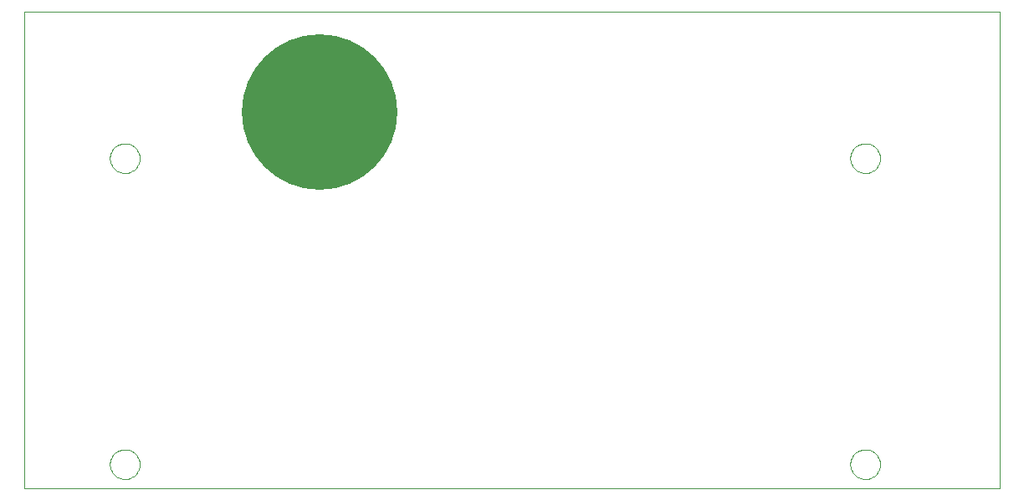
<source format=gbp>
G75*
%MOIN*%
%OFA0B0*%
%FSLAX24Y24*%
%IPPOS*%
%LPD*%
%AMOC8*
5,1,8,0,0,1.08239X$1,22.5*
%
%ADD10C,0.0000*%
%ADD11C,0.6200*%
D10*
X000100Y000550D02*
X000100Y019546D01*
X038970Y019546D01*
X038970Y000550D01*
X000100Y000550D01*
X003509Y001500D02*
X003511Y001548D01*
X003517Y001596D01*
X003527Y001643D01*
X003540Y001689D01*
X003558Y001734D01*
X003578Y001778D01*
X003603Y001820D01*
X003631Y001859D01*
X003661Y001896D01*
X003695Y001930D01*
X003732Y001962D01*
X003770Y001991D01*
X003811Y002016D01*
X003854Y002038D01*
X003899Y002056D01*
X003945Y002070D01*
X003992Y002081D01*
X004040Y002088D01*
X004088Y002091D01*
X004136Y002090D01*
X004184Y002085D01*
X004232Y002076D01*
X004278Y002064D01*
X004323Y002047D01*
X004367Y002027D01*
X004409Y002004D01*
X004449Y001977D01*
X004487Y001947D01*
X004522Y001914D01*
X004554Y001878D01*
X004584Y001840D01*
X004610Y001799D01*
X004632Y001756D01*
X004652Y001712D01*
X004667Y001667D01*
X004679Y001620D01*
X004687Y001572D01*
X004691Y001524D01*
X004691Y001476D01*
X004687Y001428D01*
X004679Y001380D01*
X004667Y001333D01*
X004652Y001288D01*
X004632Y001244D01*
X004610Y001201D01*
X004584Y001160D01*
X004554Y001122D01*
X004522Y001086D01*
X004487Y001053D01*
X004449Y001023D01*
X004409Y000996D01*
X004367Y000973D01*
X004323Y000953D01*
X004278Y000936D01*
X004232Y000924D01*
X004184Y000915D01*
X004136Y000910D01*
X004088Y000909D01*
X004040Y000912D01*
X003992Y000919D01*
X003945Y000930D01*
X003899Y000944D01*
X003854Y000962D01*
X003811Y000984D01*
X003770Y001009D01*
X003732Y001038D01*
X003695Y001070D01*
X003661Y001104D01*
X003631Y001141D01*
X003603Y001180D01*
X003578Y001222D01*
X003558Y001266D01*
X003540Y001311D01*
X003527Y001357D01*
X003517Y001404D01*
X003511Y001452D01*
X003509Y001500D01*
X003509Y013700D02*
X003511Y013748D01*
X003517Y013796D01*
X003527Y013843D01*
X003540Y013889D01*
X003558Y013934D01*
X003578Y013978D01*
X003603Y014020D01*
X003631Y014059D01*
X003661Y014096D01*
X003695Y014130D01*
X003732Y014162D01*
X003770Y014191D01*
X003811Y014216D01*
X003854Y014238D01*
X003899Y014256D01*
X003945Y014270D01*
X003992Y014281D01*
X004040Y014288D01*
X004088Y014291D01*
X004136Y014290D01*
X004184Y014285D01*
X004232Y014276D01*
X004278Y014264D01*
X004323Y014247D01*
X004367Y014227D01*
X004409Y014204D01*
X004449Y014177D01*
X004487Y014147D01*
X004522Y014114D01*
X004554Y014078D01*
X004584Y014040D01*
X004610Y013999D01*
X004632Y013956D01*
X004652Y013912D01*
X004667Y013867D01*
X004679Y013820D01*
X004687Y013772D01*
X004691Y013724D01*
X004691Y013676D01*
X004687Y013628D01*
X004679Y013580D01*
X004667Y013533D01*
X004652Y013488D01*
X004632Y013444D01*
X004610Y013401D01*
X004584Y013360D01*
X004554Y013322D01*
X004522Y013286D01*
X004487Y013253D01*
X004449Y013223D01*
X004409Y013196D01*
X004367Y013173D01*
X004323Y013153D01*
X004278Y013136D01*
X004232Y013124D01*
X004184Y013115D01*
X004136Y013110D01*
X004088Y013109D01*
X004040Y013112D01*
X003992Y013119D01*
X003945Y013130D01*
X003899Y013144D01*
X003854Y013162D01*
X003811Y013184D01*
X003770Y013209D01*
X003732Y013238D01*
X003695Y013270D01*
X003661Y013304D01*
X003631Y013341D01*
X003603Y013380D01*
X003578Y013422D01*
X003558Y013466D01*
X003540Y013511D01*
X003527Y013557D01*
X003517Y013604D01*
X003511Y013652D01*
X003509Y013700D01*
X033009Y013700D02*
X033011Y013748D01*
X033017Y013796D01*
X033027Y013843D01*
X033040Y013889D01*
X033058Y013934D01*
X033078Y013978D01*
X033103Y014020D01*
X033131Y014059D01*
X033161Y014096D01*
X033195Y014130D01*
X033232Y014162D01*
X033270Y014191D01*
X033311Y014216D01*
X033354Y014238D01*
X033399Y014256D01*
X033445Y014270D01*
X033492Y014281D01*
X033540Y014288D01*
X033588Y014291D01*
X033636Y014290D01*
X033684Y014285D01*
X033732Y014276D01*
X033778Y014264D01*
X033823Y014247D01*
X033867Y014227D01*
X033909Y014204D01*
X033949Y014177D01*
X033987Y014147D01*
X034022Y014114D01*
X034054Y014078D01*
X034084Y014040D01*
X034110Y013999D01*
X034132Y013956D01*
X034152Y013912D01*
X034167Y013867D01*
X034179Y013820D01*
X034187Y013772D01*
X034191Y013724D01*
X034191Y013676D01*
X034187Y013628D01*
X034179Y013580D01*
X034167Y013533D01*
X034152Y013488D01*
X034132Y013444D01*
X034110Y013401D01*
X034084Y013360D01*
X034054Y013322D01*
X034022Y013286D01*
X033987Y013253D01*
X033949Y013223D01*
X033909Y013196D01*
X033867Y013173D01*
X033823Y013153D01*
X033778Y013136D01*
X033732Y013124D01*
X033684Y013115D01*
X033636Y013110D01*
X033588Y013109D01*
X033540Y013112D01*
X033492Y013119D01*
X033445Y013130D01*
X033399Y013144D01*
X033354Y013162D01*
X033311Y013184D01*
X033270Y013209D01*
X033232Y013238D01*
X033195Y013270D01*
X033161Y013304D01*
X033131Y013341D01*
X033103Y013380D01*
X033078Y013422D01*
X033058Y013466D01*
X033040Y013511D01*
X033027Y013557D01*
X033017Y013604D01*
X033011Y013652D01*
X033009Y013700D01*
X033009Y001500D02*
X033011Y001548D01*
X033017Y001596D01*
X033027Y001643D01*
X033040Y001689D01*
X033058Y001734D01*
X033078Y001778D01*
X033103Y001820D01*
X033131Y001859D01*
X033161Y001896D01*
X033195Y001930D01*
X033232Y001962D01*
X033270Y001991D01*
X033311Y002016D01*
X033354Y002038D01*
X033399Y002056D01*
X033445Y002070D01*
X033492Y002081D01*
X033540Y002088D01*
X033588Y002091D01*
X033636Y002090D01*
X033684Y002085D01*
X033732Y002076D01*
X033778Y002064D01*
X033823Y002047D01*
X033867Y002027D01*
X033909Y002004D01*
X033949Y001977D01*
X033987Y001947D01*
X034022Y001914D01*
X034054Y001878D01*
X034084Y001840D01*
X034110Y001799D01*
X034132Y001756D01*
X034152Y001712D01*
X034167Y001667D01*
X034179Y001620D01*
X034187Y001572D01*
X034191Y001524D01*
X034191Y001476D01*
X034187Y001428D01*
X034179Y001380D01*
X034167Y001333D01*
X034152Y001288D01*
X034132Y001244D01*
X034110Y001201D01*
X034084Y001160D01*
X034054Y001122D01*
X034022Y001086D01*
X033987Y001053D01*
X033949Y001023D01*
X033909Y000996D01*
X033867Y000973D01*
X033823Y000953D01*
X033778Y000936D01*
X033732Y000924D01*
X033684Y000915D01*
X033636Y000910D01*
X033588Y000909D01*
X033540Y000912D01*
X033492Y000919D01*
X033445Y000930D01*
X033399Y000944D01*
X033354Y000962D01*
X033311Y000984D01*
X033270Y001009D01*
X033232Y001038D01*
X033195Y001070D01*
X033161Y001104D01*
X033131Y001141D01*
X033103Y001180D01*
X033078Y001222D01*
X033058Y001266D01*
X033040Y001311D01*
X033027Y001357D01*
X033017Y001404D01*
X033011Y001452D01*
X033009Y001500D01*
D11*
X011850Y015550D03*
M02*

</source>
